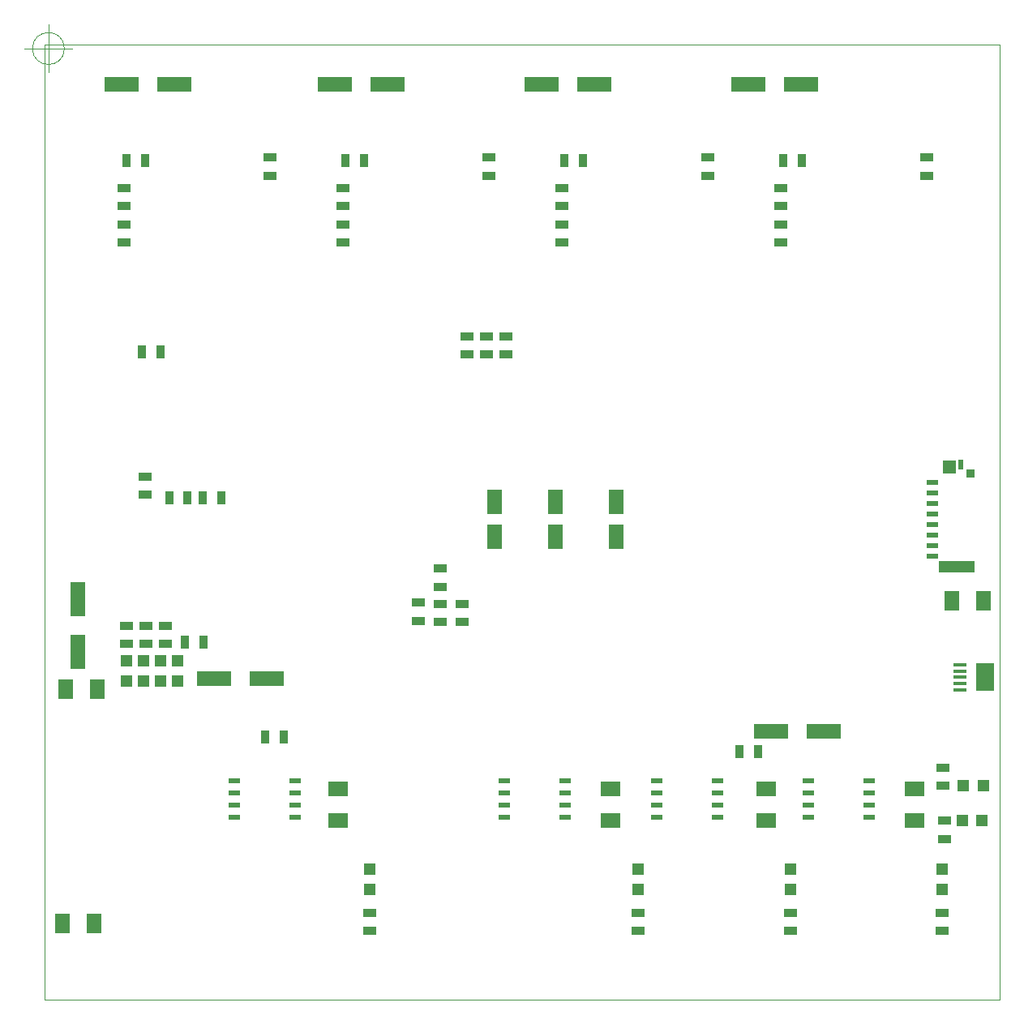
<source format=gtp>
G04 #@! TF.FileFunction,Paste,Top*
%FSLAX46Y46*%
G04 Gerber Fmt 4.6, Leading zero omitted, Abs format (unit mm)*
G04 Created by KiCad (PCBNEW (after 2015-may-25 BZR unknown)-product) date 31/07/2015 1:32:04 PM*
%MOMM*%
G01*
G04 APERTURE LIST*
%ADD10C,0.150000*%
%ADD11C,0.025400*%
%ADD12R,1.397000X0.889000*%
%ADD13R,0.889000X1.397000*%
%ADD14R,1.198880X1.198880*%
%ADD15R,3.599180X1.600200*%
%ADD16R,1.600200X3.599180*%
%ADD17R,1.600200X2.600960*%
%ADD18R,1.524000X2.032000*%
%ADD19R,1.143000X0.508000*%
%ADD20R,2.032000X1.524000*%
%ADD21R,1.250000X0.600000*%
%ADD22R,0.600000X1.000000*%
%ADD23R,1.400000X1.450000*%
%ADD24R,3.790000X1.200000*%
%ADD25R,0.850000X0.950000*%
%ADD26R,1.899920X2.900680*%
%ADD27R,1.348740X0.398780*%
G04 APERTURE END LIST*
D10*
D11*
X73806666Y-54360000D02*
G75*
G03X73806666Y-54360000I-1666666J0D01*
G01*
X69640000Y-54360000D02*
X74640000Y-54360000D01*
X72140000Y-51860000D02*
X72140000Y-56860000D01*
X73806666Y-54360000D02*
G75*
G03X73806666Y-54360000I-1666666J0D01*
G01*
X69640000Y-54360000D02*
X74640000Y-54360000D01*
X72140000Y-51860000D02*
X72140000Y-56860000D01*
X73806666Y-54360000D02*
G75*
G03X73806666Y-54360000I-1666666J0D01*
G01*
X69640000Y-54360000D02*
X74640000Y-54360000D01*
X72140000Y-51860000D02*
X72140000Y-56860000D01*
X73806666Y-54360000D02*
G75*
G03X73806666Y-54360000I-1666666J0D01*
G01*
X69640000Y-54360000D02*
X74640000Y-54360000D01*
X72140000Y-51860000D02*
X72140000Y-56860000D01*
X73806666Y-54360000D02*
G75*
G03X73806666Y-54360000I-1666666J0D01*
G01*
X69640000Y-54360000D02*
X74640000Y-54360000D01*
X72140000Y-51860000D02*
X72140000Y-56860000D01*
X71755000Y-53975000D02*
X71755000Y-153670000D01*
X171450000Y-53975000D02*
X71755000Y-53975000D01*
X171450000Y-153670000D02*
X171450000Y-53975000D01*
X71755000Y-153670000D02*
X171450000Y-153670000D01*
D12*
X148590000Y-72707500D03*
X148590000Y-74612500D03*
X119888000Y-86296500D03*
X119888000Y-84391500D03*
X117856000Y-86296500D03*
X117856000Y-84391500D03*
D13*
X88265000Y-101282500D03*
X90170000Y-101282500D03*
D12*
X115824000Y-86296500D03*
X115824000Y-84391500D03*
D13*
X148907500Y-66040000D03*
X150812500Y-66040000D03*
D12*
X149606000Y-146494500D03*
X149606000Y-144589500D03*
D13*
X86677500Y-101282500D03*
X84772500Y-101282500D03*
X126047500Y-66040000D03*
X127952500Y-66040000D03*
D12*
X133731000Y-146494500D03*
X133731000Y-144589500D03*
X105664000Y-146494500D03*
X105664000Y-144589500D03*
X125730000Y-72707500D03*
X125730000Y-74612500D03*
X125730000Y-70802500D03*
X125730000Y-68897500D03*
D13*
X80327500Y-66040000D03*
X82232500Y-66040000D03*
D12*
X148590000Y-70802500D03*
X148590000Y-68897500D03*
X102870000Y-70802500D03*
X102870000Y-68897500D03*
X165481000Y-146494500D03*
X165481000Y-144589500D03*
D13*
X144335500Y-127762000D03*
X146240500Y-127762000D03*
X94805500Y-126238000D03*
X96710500Y-126238000D03*
D12*
X80010000Y-72707500D03*
X80010000Y-74612500D03*
X102870000Y-72707500D03*
X102870000Y-74612500D03*
X82232500Y-100965000D03*
X82232500Y-99060000D03*
D13*
X103187500Y-66040000D03*
X105092500Y-66040000D03*
D12*
X80010000Y-70802500D03*
X80010000Y-68897500D03*
D14*
X165481000Y-142146020D03*
X165481000Y-140047980D03*
X149606000Y-142146020D03*
X149606000Y-140047980D03*
X105664000Y-142146020D03*
X105664000Y-140047980D03*
X133731000Y-142146020D03*
X133731000Y-140047980D03*
D15*
X145204180Y-58102500D03*
X150705820Y-58102500D03*
X79799180Y-58102500D03*
X85300820Y-58102500D03*
X123614180Y-58102500D03*
X129115820Y-58102500D03*
X102024180Y-58102500D03*
X107525820Y-58102500D03*
D16*
X75247500Y-111866680D03*
X75247500Y-117368320D03*
D17*
X118745000Y-101704140D03*
X118745000Y-105305860D03*
X131445000Y-101704140D03*
X131445000Y-105305860D03*
X125095000Y-101704140D03*
X125095000Y-105305860D03*
D18*
X76898500Y-145732500D03*
X73596500Y-145732500D03*
X77216000Y-121285000D03*
X73914000Y-121285000D03*
D13*
X83820000Y-86042500D03*
X81915000Y-86042500D03*
D12*
X95250000Y-67627500D03*
X95250000Y-65722500D03*
X118110000Y-67627500D03*
X118110000Y-65722500D03*
X140970000Y-67627500D03*
X140970000Y-65722500D03*
X163830000Y-67627500D03*
X163830000Y-65722500D03*
D18*
X169799000Y-112014000D03*
X166497000Y-112014000D03*
D15*
X153118820Y-125628400D03*
X147617180Y-125628400D03*
X89451180Y-120142000D03*
X94952820Y-120142000D03*
D12*
X165709600Y-136893300D03*
X165709600Y-134988300D03*
X165506400Y-131356100D03*
X165506400Y-129451100D03*
D14*
X169654220Y-134975600D03*
X167556180Y-134975600D03*
X167657780Y-131368800D03*
X169755820Y-131368800D03*
D19*
X141986000Y-130810000D03*
X141986000Y-132080000D03*
X141986000Y-133350000D03*
X141986000Y-134620000D03*
X135636000Y-134620000D03*
X135636000Y-133350000D03*
X135636000Y-132080000D03*
X135636000Y-130810000D03*
X97917000Y-130810000D03*
X97917000Y-132080000D03*
X97917000Y-133350000D03*
X97917000Y-134620000D03*
X91567000Y-134620000D03*
X91567000Y-133350000D03*
X91567000Y-132080000D03*
X91567000Y-130810000D03*
X157861000Y-130810000D03*
X157861000Y-132080000D03*
X157861000Y-133350000D03*
X157861000Y-134620000D03*
X151511000Y-134620000D03*
X151511000Y-133350000D03*
X151511000Y-132080000D03*
X151511000Y-130810000D03*
X126111000Y-130810000D03*
X126111000Y-132080000D03*
X126111000Y-133350000D03*
X126111000Y-134620000D03*
X119761000Y-134620000D03*
X119761000Y-133350000D03*
X119761000Y-132080000D03*
X119761000Y-130810000D03*
D20*
X162623500Y-131699000D03*
X162623500Y-135001000D03*
X102362000Y-131699000D03*
X102362000Y-135001000D03*
X130873500Y-131699000D03*
X130873500Y-135001000D03*
X147066000Y-131699000D03*
X147066000Y-135001000D03*
D21*
X164475000Y-99655000D03*
X164475000Y-100755000D03*
X164475000Y-101855000D03*
X164475000Y-102955000D03*
X164475000Y-104055000D03*
X164475000Y-105155000D03*
X164475000Y-106255000D03*
X164475000Y-107355000D03*
D22*
X167450000Y-97805000D03*
D23*
X166200000Y-98030000D03*
D24*
X166955000Y-108505000D03*
D25*
X168415000Y-98730000D03*
D26*
X169989500Y-120015000D03*
D27*
X167340280Y-120015000D03*
X167340280Y-119364760D03*
X167340280Y-118714520D03*
X167340280Y-120665240D03*
X167340280Y-121315480D03*
D14*
X85598000Y-118330980D03*
X85598000Y-120429020D03*
X82042000Y-118330980D03*
X82042000Y-120429020D03*
X83820000Y-118330980D03*
X83820000Y-120429020D03*
X80264000Y-118330980D03*
X80264000Y-120429020D03*
D12*
X84328000Y-116522500D03*
X84328000Y-114617500D03*
X80264000Y-116522500D03*
X80264000Y-114617500D03*
D13*
X86423500Y-116332000D03*
X88328500Y-116332000D03*
D12*
X82296000Y-116522500D03*
X82296000Y-114617500D03*
X110744000Y-112204500D03*
X110744000Y-114109500D03*
X113030000Y-112331500D03*
X113030000Y-114236500D03*
X115316000Y-112331500D03*
X115316000Y-114236500D03*
X113030000Y-110553500D03*
X113030000Y-108648500D03*
M02*

</source>
